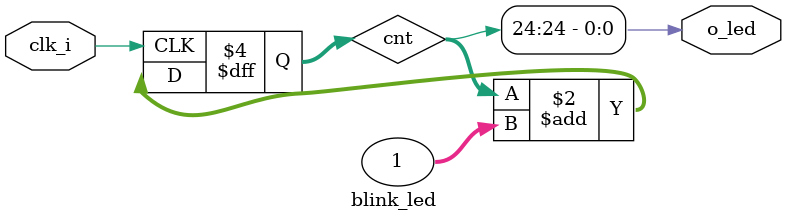
<source format=v>
`default_nettype none

module blink_led (
	input wire clk_i,
	output wire o_led
);

reg [31:0] cnt = 0;

always @(posedge clk_i) 
  begin
    cnt <= cnt + 1;
  end

assign o_led = cnt[24];

endmodule

</source>
